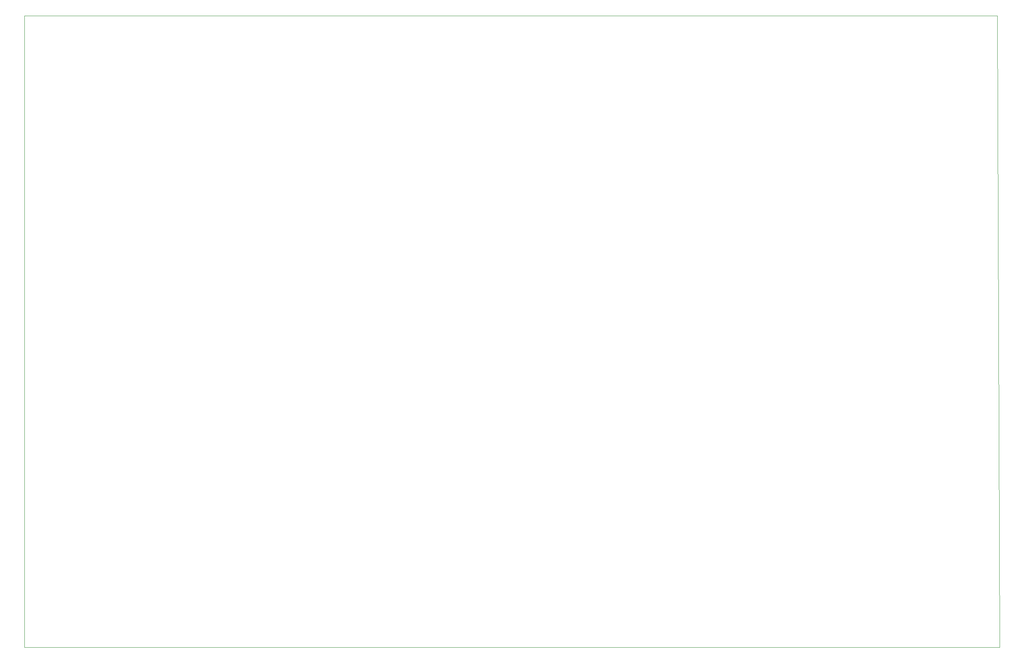
<source format=gbr>
%TF.GenerationSoftware,KiCad,Pcbnew,8.0.4*%
%TF.CreationDate,2024-10-24T16:41:09-04:00*%
%TF.ProjectId,merged,6d657267-6564-42e6-9b69-6361645f7063,rev?*%
%TF.SameCoordinates,Original*%
%TF.FileFunction,Profile,NP*%
%FSLAX46Y46*%
G04 Gerber Fmt 4.6, Leading zero omitted, Abs format (unit mm)*
G04 Created by KiCad (PCBNEW 8.0.4) date 2024-10-24 16:41:09*
%MOMM*%
%LPD*%
G01*
G04 APERTURE LIST*
%TA.AperFunction,Profile*%
%ADD10C,0.050000*%
%TD*%
G04 APERTURE END LIST*
D10*
X542980400Y-283650000D02*
X333112100Y-283650000D01*
X542436000Y-147750000D02*
X333112100Y-147750000D01*
X333112100Y-283650000D02*
X333112100Y-147750000D01*
X542436000Y-147750000D02*
X542980400Y-283650000D01*
M02*

</source>
